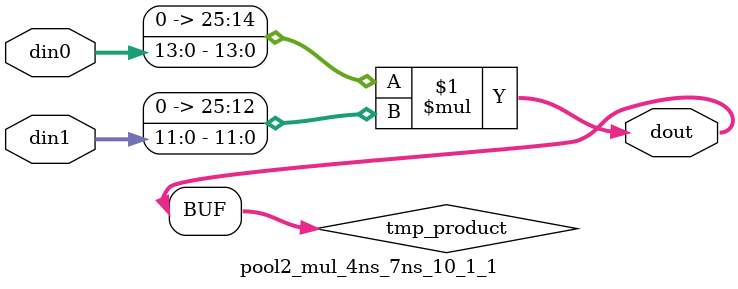
<source format=v>

`timescale 1 ns / 1 ps

 module pool2_mul_4ns_7ns_10_1_1(din0, din1, dout);
parameter ID = 1;
parameter NUM_STAGE = 0;
parameter din0_WIDTH = 14;
parameter din1_WIDTH = 12;
parameter dout_WIDTH = 26;

input [din0_WIDTH - 1 : 0] din0; 
input [din1_WIDTH - 1 : 0] din1; 
output [dout_WIDTH - 1 : 0] dout;

wire signed [dout_WIDTH - 1 : 0] tmp_product;
























assign tmp_product = $signed({1'b0, din0}) * $signed({1'b0, din1});











assign dout = tmp_product;





















endmodule

</source>
